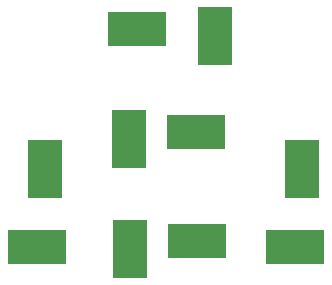
<source format=gbr>
%TF.GenerationSoftware,KiCad,Pcbnew,8.0.7*%
%TF.CreationDate,2025-04-11T02:02:32-04:00*%
%TF.ProjectId,2M_3F,324d5f33-462e-46b6-9963-61645f706362,rev?*%
%TF.SameCoordinates,Original*%
%TF.FileFunction,Soldermask,Bot*%
%TF.FilePolarity,Negative*%
%FSLAX46Y46*%
G04 Gerber Fmt 4.6, Leading zero omitted, Abs format (unit mm)*
G04 Created by KiCad (PCBNEW 8.0.7) date 2025-04-11 02:02:32*
%MOMM*%
%LPD*%
G01*
G04 APERTURE LIST*
%ADD10R,3.000000X5.000000*%
%ADD11R,5.000000X3.000000*%
G04 APERTURE END LIST*
D10*
%TO.C,J1*%
X97207100Y-47653300D03*
D11*
X102844600Y-47040800D03*
%TD*%
D10*
%TO.C,J4*%
X97112500Y-38375000D03*
D11*
X102750000Y-37762500D03*
%TD*%
%TO.C,J3*%
X111137500Y-47512500D03*
D10*
X111750000Y-40875000D03*
%TD*%
%TO.C,J5*%
X104387500Y-29637500D03*
D11*
X97750000Y-29025000D03*
%TD*%
%TO.C,J2*%
X89362500Y-47512500D03*
D10*
X89975000Y-40875000D03*
%TD*%
M02*

</source>
